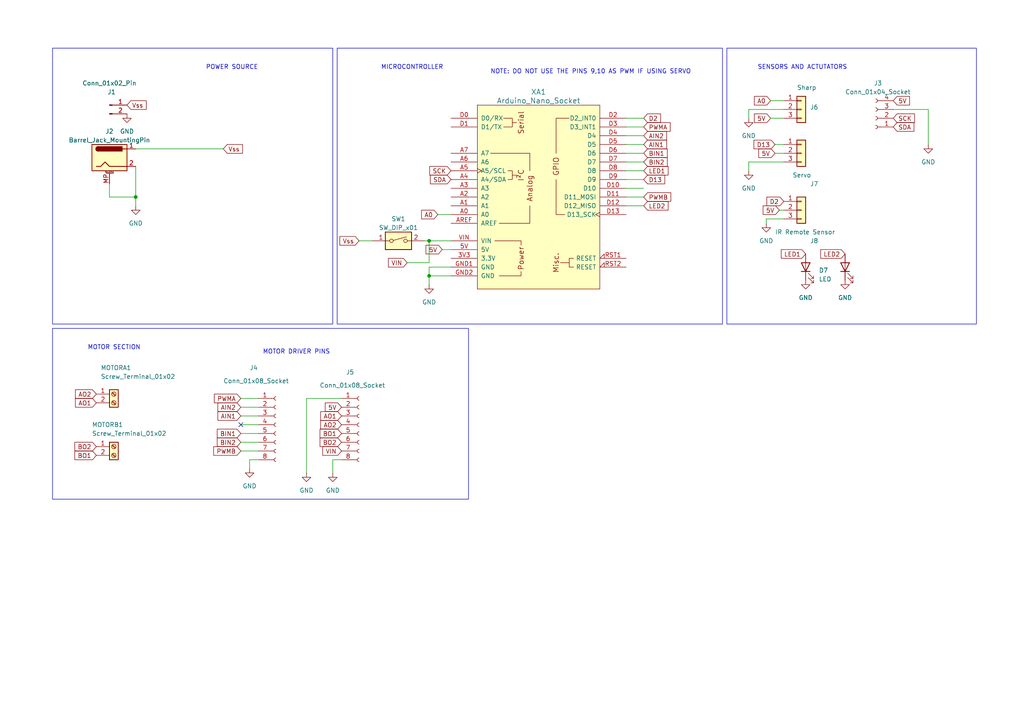
<source format=kicad_sch>
(kicad_sch (version 20230121) (generator eeschema)
  (paper "A4")
  (lib_symbols
    (symbol "Connector:Barrel_Jack_MountingPin" (pin_names hide)
      (property "Reference" "J" (at 0 5.334 0))
      (property "Value" "Barrel_Jack_MountingPin" (at 1.27 -6.35 0))
      (symbol "Barrel_Jack_MountingPin_0_1"
        (rectangle (start -5.08 3.81) (end 5.08 -3.81) (stroke (width 0.254)) (fill (type background)))
        (arc (start -3.302 3.175) (mid -3.9343 2.54) (end -3.302 1.905) (stroke (width 0.254)))
        (arc (start -3.302 3.175) (mid -3.9343 2.54) (end -3.302 1.905) (stroke (width 0.254)) (fill (type outline)))
        (polyline (pts (xy 5.08 2.54) (xy 3.81 2.54)) (stroke (width 0.254)))
        (polyline (pts (xy -3.81 -2.54) (xy -2.54 -2.54) (xy -1.27 -1.27) (xy 0 -2.54) (xy 2.54 -2.54) (xy 5.08 -2.54)) (stroke (width 0.254)))
        (rectangle (start 3.683 3.175) (end -3.302 1.905) (stroke (width 0.254)) (fill (type outline)))
      )
      (symbol "Barrel_Jack_MountingPin_1_1"
        (polyline (pts (xy -1.016 -4.572) (xy 1.016 -4.572)) (stroke (width 0.1524)))
        (text "Mounting" (at 0 -4.191 0) (effects (font (size 0.381 0.381))))
        (pin passive line (at 7.62 2.54 180) (length 2.54) (name "~") (number "1"))
        (pin passive line (at 7.62 -2.54 180) (length 2.54) (name "~") (number "2"))
        (pin passive line (at 0 -7.62 90) (length 3.048) (name "MountPin") (number "MP"))
      )
    )
    (symbol "Connector:Conn_01x02_Pin" (pin_names (offset 1.016) hide)
      (property "Reference" "J" (at 0 2.54 0))
      (property "Value" "Conn_01x02_Pin" (at 0 -5.08 0))
      (symbol "Conn_01x02_Pin_1_1"
        (polyline (pts (xy 1.27 -2.54) (xy 0.8636 -2.54)) (stroke (width 0.1524)))
        (polyline (pts (xy 1.27 0) (xy 0.8636 0)) (stroke (width 0.1524)))
        (rectangle (start 0.8636 -2.413) (end 0 -2.667) (stroke (width 0.1524)) (fill (type outline)))
        (rectangle (start 0.8636 0.127) (end 0 -0.127) (stroke (width 0.1524)) (fill (type outline)))
        (pin passive line (at 5.08 0 180) (length 3.81) (name "Pin_1") (number "1"))
        (pin passive line (at 5.08 -2.54 180) (length 3.81) (name "Pin_2") (number "2"))
      )
    )
    (symbol "Connector:Conn_01x04_Socket" (pin_names (offset 1.016) hide)
      (property "Reference" "J" (at 0 5.08 0))
      (property "Value" "Conn_01x04_Socket" (at 0 -7.62 0))
      (symbol "Conn_01x04_Socket_1_1"
        (arc (start 0 -4.572) (mid -0.5058 -5.08) (end 0 -5.588) (stroke (width 0.1524)))
        (arc (start 0 -2.032) (mid -0.5058 -2.54) (end 0 -3.048) (stroke (width 0.1524)))
        (polyline (pts (xy -1.27 -5.08) (xy -0.508 -5.08)) (stroke (width 0.1524)))
        (polyline (pts (xy -1.27 -2.54) (xy -0.508 -2.54)) (stroke (width 0.1524)))
        (polyline (pts (xy -1.27 0) (xy -0.508 0)) (stroke (width 0.1524)))
        (polyline (pts (xy -1.27 2.54) (xy -0.508 2.54)) (stroke (width 0.1524)))
        (arc (start 0 0.508) (mid -0.5058 0) (end 0 -0.508) (stroke (width 0.1524)))
        (arc (start 0 3.048) (mid -0.5058 2.54) (end 0 2.032) (stroke (width 0.1524)))
        (pin passive line (at -5.08 2.54 0) (length 3.81) (name "Pin_1") (number "1"))
        (pin passive line (at -5.08 0 0) (length 3.81) (name "Pin_2") (number "2"))
        (pin passive line (at -5.08 -2.54 0) (length 3.81) (name "Pin_3") (number "3"))
        (pin passive line (at -5.08 -5.08 0) (length 3.81) (name "Pin_4") (number "4"))
      )
    )
    (symbol "Connector:Conn_01x08_Socket" (pin_names (offset 1.016) hide)
      (property "Reference" "J" (at 0 10.16 0))
      (property "Value" "Conn_01x08_Socket" (at 0 -12.7 0))
      (symbol "Conn_01x08_Socket_1_1"
        (arc (start 0 -9.652) (mid -0.5058 -10.16) (end 0 -10.668) (stroke (width 0.1524)))
        (arc (start 0 -7.112) (mid -0.5058 -7.62) (end 0 -8.128) (stroke (width 0.1524)))
        (arc (start 0 -4.572) (mid -0.5058 -5.08) (end 0 -5.588) (stroke (width 0.1524)))
        (arc (start 0 -2.032) (mid -0.5058 -2.54) (end 0 -3.048) (stroke (width 0.1524)))
        (polyline (pts (xy -1.27 -10.16) (xy -0.508 -10.16)) (stroke (width 0.1524)))
        (polyline (pts (xy -1.27 -7.62) (xy -0.508 -7.62)) (stroke (width 0.1524)))
        (polyline (pts (xy -1.27 -5.08) (xy -0.508 -5.08)) (stroke (width 0.1524)))
        (polyline (pts (xy -1.27 -2.54) (xy -0.508 -2.54)) (stroke (width 0.1524)))
        (polyline (pts (xy -1.27 0) (xy -0.508 0)) (stroke (width 0.1524)))
        (polyline (pts (xy -1.27 2.54) (xy -0.508 2.54)) (stroke (width 0.1524)))
        (polyline (pts (xy -1.27 5.08) (xy -0.508 5.08)) (stroke (width 0.1524)))
        (polyline (pts (xy -1.27 7.62) (xy -0.508 7.62)) (stroke (width 0.1524)))
        (arc (start 0 0.508) (mid -0.5058 0) (end 0 -0.508) (stroke (width 0.1524)))
        (arc (start 0 3.048) (mid -0.5058 2.54) (end 0 2.032) (stroke (width 0.1524)))
        (arc (start 0 5.588) (mid -0.5058 5.08) (end 0 4.572) (stroke (width 0.1524)))
        (arc (start 0 8.128) (mid -0.5058 7.62) (end 0 7.112) (stroke (width 0.1524)))
        (pin passive line (at -5.08 7.62 0) (length 3.81) (name "Pin_1") (number "1"))
        (pin passive line (at -5.08 5.08 0) (length 3.81) (name "Pin_2") (number "2"))
        (pin passive line (at -5.08 2.54 0) (length 3.81) (name "Pin_3") (number "3"))
        (pin passive line (at -5.08 0 0) (length 3.81) (name "Pin_4") (number "4"))
        (pin passive line (at -5.08 -2.54 0) (length 3.81) (name "Pin_5") (number "5"))
        (pin passive line (at -5.08 -5.08 0) (length 3.81) (name "Pin_6") (number "6"))
        (pin passive line (at -5.08 -7.62 0) (length 3.81) (name "Pin_7") (number "7"))
        (pin passive line (at -5.08 -10.16 0) (length 3.81) (name "Pin_8") (number "8"))
      )
    )
    (symbol "Connector:Screw_Terminal_01x02" (pin_names (offset 1.016) hide)
      (property "Reference" "J" (at 0 2.54 0))
      (property "Value" "Screw_Terminal_01x02" (at 0 -5.08 0))
      (symbol "Screw_Terminal_01x02_1_1"
        (rectangle (start -1.27 1.27) (end 1.27 -3.81) (stroke (width 0.254)) (fill (type background)))
        (circle (center 0 -2.54) (radius 0.635) (stroke (width 0.1524)))
        (polyline (pts (xy -0.5334 -2.2098) (xy 0.3302 -3.048)) (stroke (width 0.1524)))
        (polyline (pts (xy -0.5334 0.3302) (xy 0.3302 -0.508)) (stroke (width 0.1524)))
        (polyline (pts (xy -0.3556 -2.032) (xy 0.508 -2.8702)) (stroke (width 0.1524)))
        (polyline (pts (xy -0.3556 0.508) (xy 0.508 -0.3302)) (stroke (width 0.1524)))
        (circle (center 0 0) (radius 0.635) (stroke (width 0.1524)))
        (pin passive line (at -5.08 0 0) (length 3.81) (name "Pin_1") (number "1"))
        (pin passive line (at -5.08 -2.54 0) (length 3.81) (name "Pin_2") (number "2"))
      )
    )
    (symbol "Connector_Generic:Conn_01x03" (pin_names (offset 1.016) hide)
      (property "Reference" "J" (at 0 5.08 0))
      (property "Value" "Conn_01x03" (at 0 -5.08 0))
      (symbol "Conn_01x03_1_1"
        (rectangle (start -1.27 -2.413) (end 0 -2.667) (stroke (width 0.1524)))
        (rectangle (start -1.27 0.127) (end 0 -0.127) (stroke (width 0.1524)))
        (rectangle (start -1.27 2.667) (end 0 2.413) (stroke (width 0.1524)))
        (rectangle (start -1.27 3.81) (end 1.27 -3.81) (stroke (width 0.254)) (fill (type background)))
        (pin passive line (at -5.08 2.54 0) (length 3.81) (name "Pin_1") (number "1"))
        (pin passive line (at -5.08 0 0) (length 3.81) (name "Pin_2") (number "2"))
        (pin passive line (at -5.08 -2.54 0) (length 3.81) (name "Pin_3") (number "3"))
      )
    )
    (symbol "Device:LED" (pin_numbers hide) (pin_names (offset 1.016) hide)
      (property "Reference" "D" (at 0 2.54 0))
      (property "Value" "LED" (at 0 -2.54 0))
      (symbol "LED_0_1"
        (polyline (pts (xy -1.27 -1.27) (xy -1.27 1.27)) (stroke (width 0.254)))
        (polyline (pts (xy -1.27 0) (xy 1.27 0)))
        (polyline (pts (xy 1.27 -1.27) (xy 1.27 1.27) (xy -1.27 0) (xy 1.27 -1.27)) (stroke (width 0.254)))
        (polyline (pts (xy -3.048 -0.762) (xy -4.572 -2.286) (xy -3.81 -2.286) (xy -4.572 -2.286) (xy -4.572 -1.524)))
        (polyline (pts (xy -1.778 -0.762) (xy -3.302 -2.286) (xy -2.54 -2.286) (xy -3.302 -2.286) (xy -3.302 -1.524)))
      )
      (symbol "LED_1_1"
        (pin passive line (at -3.81 0 0) (length 2.54) (name "K") (number "1"))
        (pin passive line (at 3.81 0 180) (length 2.54) (name "A") (number "2"))
      )
    )
    (symbol "PCM_arduino-library:Arduino_Nano_Socket" (pin_names (offset 1.016))
      (property "Reference" "XA" (at 0 33.02 0))
      (property "Value" "Arduino_Nano_Socket" (at 0 29.21 0))
      (symbol "Arduino_Nano_Socket_0_0"
        (rectangle (start -17.78 26.67) (end 17.78 -26.67) (fill (type background)))
        (polyline (pts (xy -7.62 6.35) (xy -6.35 6.35)))
        (polyline (pts (xy -7.62 21.59) (xy -6.35 21.59)))
        (polyline (pts (xy 8.89 -19.05) (xy 6.35 -19.05)))
        (polyline (pts (xy -11.43 -22.86) (xy -5.08 -22.86) (xy -5.08 -21.59)))
        (polyline (pts (xy -5.08 -13.97) (xy -5.08 -12.7) (xy -12.7 -12.7)))
        (polyline (pts (xy -10.16 22.86) (xy -7.62 22.86) (xy -7.62 20.32) (xy -10.16 20.32)))
        (polyline (pts (xy -8.89 7.62) (xy -7.62 7.62) (xy -7.62 5.08) (xy -8.89 5.08)))
        (text "Analog" (at -2.54 2.54 900) (effects (font (size 1.524 1.524))))
        (text "I²C" (at -5.08 6.35 900) (effects (font (size 1.524 1.524))))
        (text "Misc." (at 5.08 -19.05 900) (effects (font (size 1.524 1.524))))
        (text "Power" (at -5.08 -17.78 900) (effects (font (size 1.524 1.524))))
        (text "Serial" (at -5.08 21.59 900) (effects (font (size 1.524 1.524))))
      )
      (symbol "Arduino_Nano_Socket_0_1"
        (polyline (pts (xy -13.97 12.7) (xy -2.54 12.7) (xy -2.54 7.62)))
        (polyline (pts (xy -11.43 -7.62) (xy -2.54 -7.62) (xy -2.54 -2.54)))
        (polyline (pts (xy 7.62 -5.08) (xy 5.08 -5.08) (xy 5.08 5.08)))
        (polyline (pts (xy 8.89 22.86) (xy 5.08 22.86) (xy 5.08 12.7)))
        (polyline (pts (xy 10.16 -17.78) (xy 8.89 -17.78) (xy 8.89 -20.32) (xy 10.16 -20.32)))
      )
      (symbol "Arduino_Nano_Socket_1_0"
        (text "GPIO" (at 5.08 8.89 900) (effects (font (size 1.524 1.524))))
      )
      (symbol "Arduino_Nano_Socket_1_1"
        (pin power_out line (at -25.4 -17.78 0) (length 7.62) (name "3.3V") (number "3V3"))
        (pin power_in line (at -25.4 -15.24 0) (length 7.62) (name "5V") (number "5V"))
        (pin bidirectional line (at -25.4 -5.08 0) (length 7.62) (name "A0") (number "A0"))
        (pin bidirectional line (at -25.4 -2.54 0) (length 7.62) (name "A1") (number "A1"))
        (pin bidirectional line (at -25.4 0 0) (length 7.62) (name "A2") (number "A2"))
        (pin bidirectional line (at -25.4 2.54 0) (length 7.62) (name "A3") (number "A3"))
        (pin bidirectional line (at -25.4 5.08 0) (length 7.62) (name "A4/SDA") (number "A4"))
        (pin bidirectional clock (at -25.4 7.62 0) (length 7.62) (name "A5/SCL") (number "A5"))
        (pin input line (at -25.4 10.16 0) (length 7.62) (name "A6") (number "A6"))
        (pin input line (at -25.4 12.7 0) (length 7.62) (name "A7") (number "A7"))
        (pin input line (at -25.4 -7.62 0) (length 7.62) (name "AREF") (number "AREF"))
        (pin bidirectional line (at -25.4 22.86 0) (length 7.62) (name "D0/RX") (number "D0"))
        (pin bidirectional line (at -25.4 20.32 0) (length 7.62) (name "D1/TX") (number "D1"))
        (pin bidirectional line (at 25.4 2.54 180) (length 7.62) (name "D10") (number "D10"))
        (pin bidirectional line (at 25.4 0 180) (length 7.62) (name "D11_MOSI") (number "D11"))
        (pin bidirectional line (at 25.4 -2.54 180) (length 7.62) (name "D12_MISO") (number "D12"))
        (pin bidirectional clock (at 25.4 -5.08 180) (length 7.62) (name "D13_SCK") (number "D13"))
        (pin bidirectional line (at 25.4 22.86 180) (length 7.62) (name "D2_INT0") (number "D2"))
        (pin bidirectional line (at 25.4 20.32 180) (length 7.62) (name "D3_INT1") (number "D3"))
        (pin bidirectional line (at 25.4 17.78 180) (length 7.62) (name "D4") (number "D4"))
        (pin bidirectional line (at 25.4 15.24 180) (length 7.62) (name "D5") (number "D5"))
        (pin bidirectional line (at 25.4 12.7 180) (length 7.62) (name "D6") (number "D6"))
        (pin bidirectional line (at 25.4 10.16 180) (length 7.62) (name "D7") (number "D7"))
        (pin bidirectional line (at 25.4 7.62 180) (length 7.62) (name "D8") (number "D8"))
        (pin bidirectional line (at 25.4 5.08 180) (length 7.62) (name "D9") (number "D9"))
        (pin power_in line (at -25.4 -20.32 0) (length 7.62) (name "GND") (number "GND1"))
        (pin power_in line (at -25.4 -22.86 0) (length 7.62) (name "GND") (number "GND2"))
        (pin open_collector input_low (at 25.4 -17.78 180) (length 7.62) (name "RESET") (number "RST1"))
        (pin open_collector input_low (at 25.4 -20.32 180) (length 7.62) (name "RESET") (number "RST2"))
        (pin power_in line (at -25.4 -12.7 0) (length 7.62) (name "VIN") (number "VIN"))
      )
    )
    (symbol "Switch:SW_DIP_x01" (pin_names (offset 0) hide)
      (property "Reference" "SW" (at 0 3.81 0))
      (property "Value" "SW_DIP_x01" (at 0 -3.81 0))
      (symbol "SW_DIP_x01_0_0"
        (circle (center -2.032 0) (radius 0.508))
        (polyline (pts (xy -1.524 0.127) (xy 2.3622 1.1684)))
        (circle (center 2.032 0) (radius 0.508))
      )
      (symbol "SW_DIP_x01_0_1"
        (rectangle (start -3.81 2.54) (end 3.81 -2.54) (stroke (width 0.254)) (fill (type background)))
      )
      (symbol "SW_DIP_x01_1_1"
        (pin passive line (at -7.62 0 0) (length 5.08) (name "~") (number "1"))
        (pin passive line (at 7.62 0 180) (length 5.08) (name "~") (number "2"))
      )
    )
    (symbol "power:GND" (power) (pin_names (offset 0))
      (property "Value" "GND" (at 0 -3.81 0))
      (symbol "GND_0_1"
        (polyline (pts (xy 0 0) (xy 0 -1.27) (xy 1.27 -1.27) (xy 0 -2.54) (xy -1.27 -1.27) (xy 0 -1.27)))
      )
      (symbol "GND_1_1"
        (pin power_in line (at 0 0 270) (length 0) hide (name "GND") (number "1"))
      )
    )
  )
  (junction (at 124.46 80.01))
  (junction (at 124.46 69.85))
  (junction (at 39.37 57.15))
  (no_connect (at 69.85 123.19))
  (wire (pts (xy 186.69 54.61) (xy 181.61 54.61)))
  (wire (pts (xy 39.37 43.18) (xy 64.77 43.18)))
  (wire (pts (xy 74.93 133.35) (xy 72.39 133.35)))
  (wire (pts (xy 124.46 80.01) (xy 124.46 82.55)))
  (wire (pts (xy 186.69 57.15) (xy 181.61 57.15)))
  (wire (pts (xy 223.52 34.29) (xy 227.33 34.29)))
  (wire (pts (xy 124.46 76.2) (xy 124.46 69.85)))
  (wire (pts (xy 74.93 125.73) (xy 69.85 125.73)))
  (wire (pts (xy 181.61 41.91) (xy 186.69 41.91)))
  (wire (pts (xy 72.39 133.35) (xy 72.39 135.89)))
  (wire (pts (xy 31.75 57.15) (xy 39.37 57.15)))
  (wire (pts (xy 186.69 36.83) (xy 181.61 36.83)))
  (wire (pts (xy 186.69 59.69) (xy 181.61 59.69)))
  (wire (pts (xy 181.61 52.07) (xy 186.69 52.07)))
  (wire (pts (xy 181.61 46.99) (xy 186.69 46.99)))
  (wire (pts (xy 128.27 72.39) (xy 130.81 72.39)))
  (wire (pts (xy 181.61 49.53) (xy 186.69 49.53)))
  (wire (pts (xy 227.33 63.5) (xy 222.25 63.5)))
  (wire (pts (xy 104.14 69.85) (xy 107.95 69.85)))
  (wire (pts (xy 123.19 69.85) (xy 124.46 69.85)))
  (wire (pts (xy 74.93 115.57) (xy 69.85 115.57)))
  (wire (pts (xy 217.17 31.75) (xy 217.17 34.29)))
  (wire (pts (xy 227.33 46.99) (xy 217.17 46.99)))
  (wire (pts (xy 99.06 133.35) (xy 96.52 133.35)))
  (wire (pts (xy 74.93 118.11) (xy 69.85 118.11)))
  (wire (pts (xy 223.52 29.21) (xy 227.33 29.21)))
  (wire (pts (xy 99.06 115.57) (xy 88.9 115.57)))
  (wire (pts (xy 227.33 31.75) (xy 217.17 31.75)))
  (wire (pts (xy 226.06 60.96) (xy 227.33 60.96)))
  (wire (pts (xy 181.61 44.45) (xy 186.69 44.45)))
  (wire (pts (xy 217.17 46.99) (xy 217.17 49.53)))
  (wire (pts (xy 96.52 133.35) (xy 96.52 137.16)))
  (wire (pts (xy 74.93 120.65) (xy 69.85 120.65)))
  (wire (pts (xy 39.37 48.26) (xy 39.37 57.15)))
  (wire (pts (xy 186.69 34.29) (xy 181.61 34.29)))
  (wire (pts (xy 74.93 123.19) (xy 69.85 123.19)))
  (wire (pts (xy 88.9 115.57) (xy 88.9 137.16)))
  (wire (pts (xy 124.46 77.47) (xy 124.46 80.01)))
  (wire (pts (xy 124.46 80.01) (xy 130.81 80.01)))
  (wire (pts (xy 69.85 130.81) (xy 74.93 130.81)))
  (wire (pts (xy 259.08 31.75) (xy 269.24 31.75)))
  (wire (pts (xy 31.75 53.34) (xy 31.75 57.15)))
  (wire (pts (xy 130.81 77.47) (xy 124.46 77.47)))
  (wire (pts (xy 124.46 69.85) (xy 130.81 69.85)))
  (wire (pts (xy 224.79 44.45) (xy 227.33 44.45)))
  (wire (pts (xy 39.37 57.15) (xy 39.37 59.69)))
  (wire (pts (xy 224.79 41.91) (xy 227.33 41.91)))
  (wire (pts (xy 74.93 128.27) (xy 69.85 128.27)))
  (wire (pts (xy 269.24 31.75) (xy 269.24 41.91)))
  (wire (pts (xy 118.11 76.2) (xy 124.46 76.2)))
  (wire (pts (xy 181.61 39.37) (xy 186.69 39.37)))
  (wire (pts (xy 222.25 63.5) (xy 222.25 64.77)))
  (wire (pts (xy 127 62.23) (xy 130.81 62.23)))
  (rectangle (start 15.24 95.25) (end 135.89 144.78))
  (rectangle (start 15.24 13.97) (end 96.52 93.98))
  (rectangle (start 210.82 13.97) (end 283.21 93.98))
  (rectangle (start 97.79 13.97) (end 209.55 93.98))
  (text "POWER SOURCE" (at 59.69 20.32 0) (effects (font (size 1.27 1.27)) (justify left bottom)))
  (text "MOTOR SECTION\n" (at 25.4 101.6 0) (effects (font (size 1.27 1.27)) (justify left bottom)))
  (text "SENSORS AND ACTUTATORS" (at 219.71 20.32 0) (effects (font (size 1.27 1.27)) (justify left bottom)))
  (text "NOTE: DO NOT USE THE PINS 9,10 AS PWM IF USING SERVO" (at 142.24 21.59 0) (effects (font (size 1.27 1.27)) (justify left bottom)))
  (text "MOTOR DRIVER PINS" (at 76.2 102.87 0) (effects (font (size 1.27 1.27)) (justify left bottom)))
  (text "MICROCONTROLLER\n" (at 110.49 20.32 0) (effects (font (size 1.27 1.27)) (justify left bottom)))
  (global_label "D13" (shape input) (at 224.79 41.91 180) (property "Intersheetrefs" "${INTERSHEET_REFS}" (effects hide)))
  (global_label "BO2" (shape input) (at 27.94 129.54 180) (property "Intersheetrefs" "${INTERSHEET_REFS}" (effects hide)))
  (global_label "D2" (shape input) (at 227.33 58.42 180) (property "Intersheetrefs" "${INTERSHEET_REFS}" (effects hide)))
  (global_label "SCK" (shape input) (at 259.08 34.29 0) (property "Intersheetrefs" "${INTERSHEET_REFS}" (effects hide)))
  (global_label "AIN1" (shape input) (at 186.69 41.91 0) (property "Intersheetrefs" "${INTERSHEET_REFS}" (effects hide)))
  (global_label "BIN2" (shape input) (at 186.69 46.99 0) (property "Intersheetrefs" "${INTERSHEET_REFS}" (effects hide)))
  (global_label "Vss" (shape input) (at 104.14 69.85 180) (property "Intersheetrefs" "${INTERSHEET_REFS}" (effects hide)))
  (global_label "BIN1" (shape input) (at 186.69 44.45 0) (property "Intersheetrefs" "${INTERSHEET_REFS}" (effects hide)))
  (global_label "LED1" (shape input) (at 233.68 73.66 180) (property "Intersheetrefs" "${INTERSHEET_REFS}" (effects hide)))
  (global_label "PWMA" (shape input) (at 69.85 115.57 180) (property "Intersheetrefs" "${INTERSHEET_REFS}" (effects hide)))
  (global_label "5V" (shape input) (at 223.52 34.29 180) (property "Intersheetrefs" "${INTERSHEET_REFS}" (effects hide)))
  (global_label "AO1" (shape input) (at 99.06 120.65 180) (property "Intersheetrefs" "${INTERSHEET_REFS}" (effects hide)))
  (global_label "BO1" (shape input) (at 99.06 125.73 180) (property "Intersheetrefs" "${INTERSHEET_REFS}" (effects hide)))
  (global_label "PWMA" (shape input) (at 186.69 36.83 0) (property "Intersheetrefs" "${INTERSHEET_REFS}" (effects hide)))
  (global_label "AIN1" (shape input) (at 69.85 120.65 180) (property "Intersheetrefs" "${INTERSHEET_REFS}" (effects hide)))
  (global_label "BIN1" (shape input) (at 69.85 125.73 180) (property "Intersheetrefs" "${INTERSHEET_REFS}" (effects hide)))
  (global_label "AO1" (shape input) (at 27.94 116.84 180) (property "Intersheetrefs" "${INTERSHEET_REFS}" (effects hide)))
  (global_label "A0" (shape input) (at 127 62.23 180) (property "Intersheetrefs" "${INTERSHEET_REFS}" (effects hide)))
  (global_label "5V" (shape input) (at 128.27 72.39 180) (property "Intersheetrefs" "${INTERSHEET_REFS}" (effects hide)))
  (global_label "5V" (shape input) (at 99.06 118.11 180) (property "Intersheetrefs" "${INTERSHEET_REFS}" (effects hide)))
  (global_label "BO2" (shape input) (at 99.06 128.27 180) (property "Intersheetrefs" "${INTERSHEET_REFS}" (effects hide)))
  (global_label "D13" (shape input) (at 186.69 52.07 0) (property "Intersheetrefs" "${INTERSHEET_REFS}" (effects hide)))
  (global_label "AIN2" (shape input) (at 186.69 39.37 0) (property "Intersheetrefs" "${INTERSHEET_REFS}" (effects hide)))
  (global_label "5V" (shape input) (at 226.06 60.96 180) (property "Intersheetrefs" "${INTERSHEET_REFS}" (effects hide)))
  (global_label "VIN" (shape input) (at 99.06 130.81 180) (property "Intersheetrefs" "${INTERSHEET_REFS}" (effects hide)))
  (global_label "SCK" (shape input) (at 130.81 49.53 180) (property "Intersheetrefs" "${INTERSHEET_REFS}" (effects hide)))
  (global_label "AIN2" (shape input) (at 69.85 118.11 180) (property "Intersheetrefs" "${INTERSHEET_REFS}" (effects hide)))
  (global_label "LED2" (shape input) (at 186.69 59.69 0) (property "Intersheetrefs" "${INTERSHEET_REFS}" (effects hide)))
  (global_label "A0" (shape input) (at 223.52 29.21 180) (property "Intersheetrefs" "${INTERSHEET_REFS}" (effects hide)))
  (global_label "Vss" (shape input) (at 36.83 30.48 0) (property "Intersheetrefs" "${INTERSHEET_REFS}" (effects hide)))
  (global_label "SDA" (shape input) (at 259.08 36.83 0) (property "Intersheetrefs" "${INTERSHEET_REFS}" (effects hide)))
  (global_label "AO2" (shape input) (at 99.06 123.19 180) (property "Intersheetrefs" "${INTERSHEET_REFS}" (effects hide)))
  (global_label "D2" (shape input) (at 186.69 34.29 0) (property "Intersheetrefs" "${INTERSHEET_REFS}" (effects hide)))
  (global_label "AO2" (shape input) (at 27.94 114.3 180) (property "Intersheetrefs" "${INTERSHEET_REFS}" (effects hide)))
  (global_label "5V" (shape input) (at 259.08 29.21 0) (property "Intersheetrefs" "${INTERSHEET_REFS}" (effects hide)))
  (global_label "Vss" (shape input) (at 64.77 43.18 0) (property "Intersheetrefs" "${INTERSHEET_REFS}" (effects hide)))
  (global_label "LED1" (shape input) (at 186.69 49.53 0) (property "Intersheetrefs" "${INTERSHEET_REFS}" (effects hide)))
  (global_label "PWMB" (shape input) (at 186.69 57.15 0) (property "Intersheetrefs" "${INTERSHEET_REFS}" (effects hide)))
  (global_label "BO1" (shape input) (at 27.94 132.08 180) (property "Intersheetrefs" "${INTERSHEET_REFS}" (effects hide)))
  (global_label "SDA" (shape input) (at 130.81 52.07 180) (property "Intersheetrefs" "${INTERSHEET_REFS}" (effects hide)))
  (global_label "BIN2" (shape input) (at 69.85 128.27 180) (property "Intersheetrefs" "${INTERSHEET_REFS}" (effects hide)))
  (global_label "5V" (shape input) (at 224.79 44.45 180) (property "Intersheetrefs" "${INTERSHEET_REFS}" (effects hide)))
  (global_label "VIN" (shape input) (at 118.11 76.2 180) (property "Intersheetrefs" "${INTERSHEET_REFS}" (effects hide)))
  (global_label "PWMB" (shape input) (at 69.85 130.81 180) (property "Intersheetrefs" "${INTERSHEET_REFS}" (effects hide)))
  (global_label "LED2" (shape input) (at 245.11 73.66 180) (property "Intersheetrefs" "${INTERSHEET_REFS}" (effects hide)))
  (symbol (lib_id "power:GND") (at 88.9 137.16 0) (unit 1)
    (property "Reference" "#PWR05" (effects hide))
    (property "Value" "GND" (at 88.9 142.24 0))
  )
  (symbol (lib_id "Connector_Generic:Conn_01x03") (at 232.41 44.45 0) (unit 1)
    (property "Reference" "J7" (at 234.95 53.34 0) (effects (justify left)))
    (property "Value" "Servo" (at 229.87 50.8 0) (effects (justify left)))
    (property "Footprint" "Connector_PinHeader_2.54mm:PinHeader_1x03_P2.54mm_Vertical" (effects hide))
  )
  (symbol (lib_id "Connector:Conn_01x02_Pin") (at 31.75 30.48 0) (unit 1)
    (property "Reference" "J1" (at 32.385 26.67 0))
    (property "Value" "Conn_01x02_Pin" (at 31.75 24.13 0))
    (property "Footprint" "Connector_PinHeader_2.54mm:PinHeader_1x02_P2.54mm_Vertical" (effects hide))
  )
  (symbol (lib_id "PCM_arduino-library:Arduino_Nano_Socket") (at 156.21 57.15 0) (unit 1)
    (property "Reference" "XA1" (at 156.21 26.67 0) (effects (font (size 1.524 1.524))))
    (property "Value" "Arduino_Nano_Socket" (at 156.21 29.21 0) (effects (font (size 1.524 1.524))))
    (property "Footprint" "PCM_arduino-library:Arduino_Nano_Socket" (effects hide))
    (property "Datasheet" "https://docs.arduino.cc/hardware/nano" (effects hide))
  )
  (symbol (lib_id "power:GND") (at 72.39 135.89 0) (unit 1)
    (property "Reference" "#PWR04" (effects hide))
    (property "Value" "GND" (at 72.39 140.97 0))
  )
  (symbol (lib_id "power:GND") (at 222.25 64.77 0) (unit 1)
    (property "Reference" "#PWR012" (effects hide))
    (property "Value" "GND" (at 222.25 69.85 0))
  )
  (symbol (lib_id "Connector:Screw_Terminal_01x02") (at 33.02 114.3 0) (unit 1)
    (property "Reference" "MOTORA1" (at 29.21 106.68 0) (effects (justify left)))
    (property "Value" "Screw_Terminal_01x02" (at 29.21 109.22 0) (effects (justify left)))
    (property "Footprint" "TerminalBlock_RND:TerminalBlock_RND_205-00001_1x02_P5.00mm_Horizontal" (effects hide))
  )
  (symbol (lib_id "Connector_Generic:Conn_01x03") (at 232.41 31.75 0) (unit 1)
    (property "Reference" "J6" (at 234.95 31.115 0) (effects (justify left)))
    (property "Value" "Sharp" (at 231.14 25.4 0) (effects (justify left)))
    (property "Footprint" "Connector_PinHeader_2.54mm:PinHeader_1x03_P2.54mm_Vertical" (effects hide))
  )
  (symbol (lib_id "power:GND") (at 269.24 41.91 0) (unit 1)
    (property "Reference" "#PWR03" (effects hide))
    (property "Value" "GND" (at 269.24 46.99 0))
  )
  (symbol (lib_id "Device:LED") (at 245.11 77.47 90) (unit 1)
    (property "Reference" "D8" (effects hide))
    (property "Value" "LED" (effects hide))
    (property "Footprint" "LED_THT:LED_D5.0mm" (effects hide))
  )
  (symbol (lib_id "power:GND") (at 217.17 49.53 0) (unit 1)
    (property "Reference" "#PWR010" (effects hide))
    (property "Value" "GND" (at 217.17 54.61 0))
  )
  (symbol (lib_id "Device:LED") (at 233.68 77.47 90) (unit 1)
    (property "Reference" "D7" (at 237.49 78.4225 90) (effects (justify right)))
    (property "Value" "LED" (at 237.49 80.9625 90) (effects (justify right)))
    (property "Footprint" "LED_THT:LED_D5.0mm" (effects hide))
  )
  (symbol (lib_id "Connector_Generic:Conn_01x03") (at 232.41 60.96 0) (unit 1)
    (property "Reference" "J8" (at 234.95 69.85 0) (effects (justify left)))
    (property "Value" "IR Remote Sensor" (at 224.79 67.31 0) (effects (justify left)))
    (property "Footprint" "Connector_PinHeader_2.54mm:PinHeader_1x03_P2.54mm_Vertical" (effects hide))
  )
  (symbol (lib_id "power:GND") (at 96.52 137.16 0) (unit 1)
    (property "Reference" "#PWR06" (effects hide))
    (property "Value" "GND" (at 96.52 142.24 0))
  )
  (symbol (lib_id "Connector:Conn_01x08_Socket") (at 80.01 123.19 0) (unit 1)
    (property "Reference" "J4" (at 72.39 106.68 0) (effects (justify left)))
    (property "Value" "Conn_01x08_Socket" (at 64.77 110.49 0) (effects (justify left)))
    (property "Footprint" "Connector_PinHeader_2.54mm:PinHeader_1x08_P2.54mm_Vertical" (effects hide))
  )
  (symbol (lib_id "power:GND") (at 39.37 59.69 0) (unit 1)
    (property "Reference" "#PWR02" (effects hide))
    (property "Value" "GND" (at 39.37 64.77 0))
  )
  (symbol (lib_id "Connector:Conn_01x04_Socket") (at 254 34.29 180) (unit 1)
    (property "Reference" "J3" (at 254.635 24.13 0))
    (property "Value" "Conn_01x04_Socket" (at 254.635 26.67 0))
    (property "Footprint" "Connector_JST:JST_EH_B4B-EH-A_1x04_P2.50mm_Vertical" (effects hide))
  )
  (symbol (lib_id "Connector:Barrel_Jack_MountingPin") (at 31.75 45.72 0) (unit 1)
    (property "Reference" "J2" (at 31.75 38.1 0))
    (property "Value" "Barrel_Jack_MountingPin" (at 31.75 40.64 0))
    (property "Footprint" "Connector_BarrelJack:BarrelJack_GCT_DCJ200-10-A_Horizontal" (effects hide))
  )
  (symbol (lib_id "power:GND") (at 217.17 34.29 0) (unit 1)
    (property "Reference" "#PWR09" (effects hide))
    (property "Value" "GND" (at 217.17 39.37 0))
  )
  (symbol (lib_id "power:GND") (at 245.11 81.28 0) (unit 1)
    (property "Reference" "#PWR011" (effects hide))
    (property "Value" "GND" (at 245.11 86.36 0))
  )
  (symbol (lib_id "power:GND") (at 233.68 81.28 0) (unit 1)
    (property "Reference" "#PWR08" (effects hide))
    (property "Value" "GND" (at 233.68 86.36 0))
  )
  (symbol (lib_id "power:GND") (at 36.83 33.02 0) (unit 1)
    (property "Reference" "#PWR01" (effects hide))
    (property "Value" "GND" (at 36.83 38.1 0))
  )
  (symbol (lib_id "power:GND") (at 124.46 82.55 0) (unit 1)
    (property "Reference" "#PWR07" (effects hide))
    (property "Value" "GND" (at 124.46 87.63 0))
  )
  (symbol (lib_id "Connector:Conn_01x08_Socket") (at 104.14 123.19 0) (unit 1)
    (property "Reference" "J5" (at 100.33 107.95 0) (effects (justify left)))
    (property "Value" "Conn_01x08_Socket" (at 92.71 111.76 0) (effects (justify left)))
    (property "Footprint" "Connector_PinHeader_2.54mm:PinHeader_1x08_P2.54mm_Vertical" (effects hide))
  )
  (symbol (lib_id "Connector:Screw_Terminal_01x02") (at 33.02 129.54 0) (unit 1)
    (property "Reference" "MOTORB1" (at 26.67 123.19 0) (effects (justify left)))
    (property "Value" "Screw_Terminal_01x02" (at 26.67 125.73 0) (effects (justify left)))
    (property "Footprint" "TerminalBlock_RND:TerminalBlock_RND_205-00001_1x02_P5.00mm_Horizontal" (effects hide))
  )
  (symbol (lib_id "Switch:SW_DIP_x01") (at 115.57 69.85 0) (unit 1)
    (property "Reference" "SW1" (at 115.57 63.5 0))
    (property "Value" "SW_DIP_x01" (at 115.57 66.04 0))
    (property "Footprint" "Rocker_Switch:Rocker_Switch" (effects hide))
  )
)
</source>
